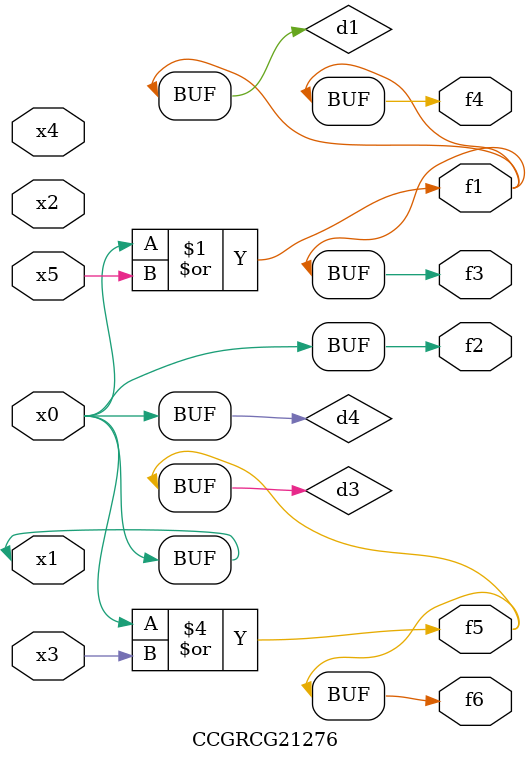
<source format=v>
module CCGRCG21276(
	input x0, x1, x2, x3, x4, x5,
	output f1, f2, f3, f4, f5, f6
);

	wire d1, d2, d3, d4;

	or (d1, x0, x5);
	xnor (d2, x1, x4);
	or (d3, x0, x3);
	buf (d4, x0, x1);
	assign f1 = d1;
	assign f2 = d4;
	assign f3 = d1;
	assign f4 = d1;
	assign f5 = d3;
	assign f6 = d3;
endmodule

</source>
